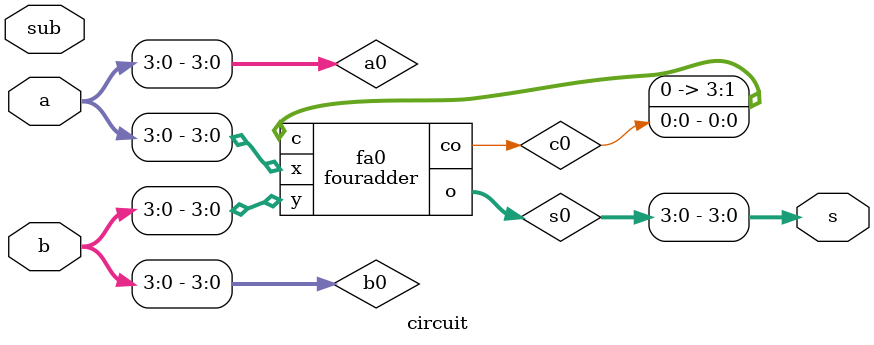
<source format=sv>
module halfadder(output s, c, input a, b);
  xor (s, a, b); // pierwszy port to wyj±cie
  and (c, a, b);
endmodule

module fulladder(
    output o, co,
    input a, b, c
  );
  logic t, c1, c2;
  function [1:0] ha(input a, b);
  ha = ({a^b, a&b});
  endfunction
  assign {t, c1} = ha(a, b);
  assign {o, c2} = ha(t, c);
  assign co = c1 | c2;
endmodule

module fouradder(
  output [3:0] o,
  output co,
  input [3:0] x, y, c
);
  logic s0, s1, s2, s3, c0, c1, c2;
  fulladder fa0(.o(s0), .co(c0), .c(c), .a(x[0]), .b(y[0]));
  fulladder fa1(.o(s1), .co(c1), .c(c0), .a(x[1]), .b(y[1]));
  fulladder fa2(.o(s2), .co(c2), .c(c1), .a(x[2]), .b(y[2]));
  fulladder fa3(.o(s3), .co(co), .c(c2), .a(x[3]), .b(y[3]));
  assign o = {s3, s2, s1, s0};
endmodule

module circuit(
  output [7:0] s,
  input [7:0] a,
  input [7:0] b,
  input sub
);
  logic [3:0] a0, b0, s0, s0_correct;
  logic c0;
  assign a0=a[3:0];
  assign b0=b[3:0];
  fouradder fa0(.o(s0), .co(c0), .c(c0), .x(a0), .y(b0));
  fouradder fa0_correct(.o(s0_correct), .co(c0_plus6), .c(0), .x(s0), .y(6));
  assign s[3:0]=s0;
endmodule

</source>
